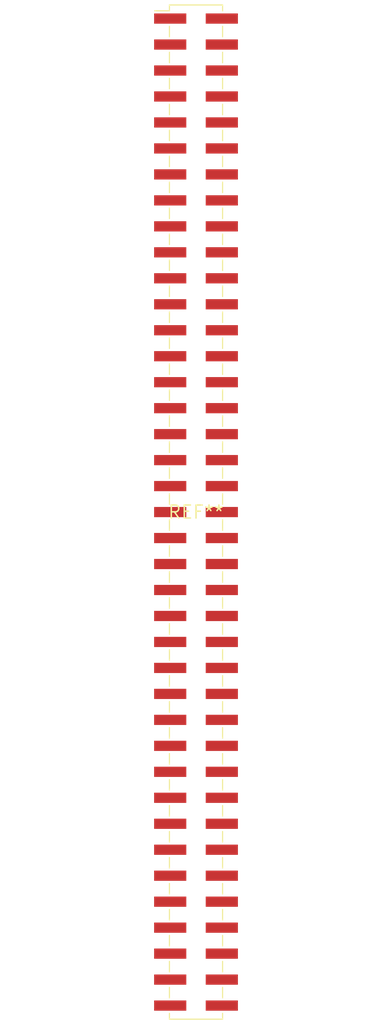
<source format=kicad_pcb>
(kicad_pcb (version 20240108) (generator pcbnew)
  (layers (0 "F.Cu" signal) (31 "B.Cu" signal) (34 "B.Paste" user) (35 "F.Paste" user) (36 "B.SilkS" user "B.Silkscreen") (37 "F.SilkS" user "F.Silkscreen") (38 "B.Mask" user) (39 "F.Mask" user) (44 "Edge.Cuts" user))
  (net 0 "")
  (footprint "PinHeader_2x39_P2.54mm_Vertical_SMD" (layer "F.Cu") (at 0 0)
    (property "Reference" "REF**")
    (property "Value" "PinHeader_2x39_P2.54mm_Vertical_SMD")
    (fp_line (start -4.04 -49.02) (end -2.6 -49.02) (layer "F.SilkS") (stroke (width 0.12)))
    (fp_line (start -2.6 -49.59) (end -2.6 -49.02) (layer "F.SilkS") (stroke (width 0.12)))
    (fp_line (start -2.6 -49.59) (end 2.6 -49.59) (layer "F.SilkS") (stroke (width 0.12)))
    (fp_line (start -2.6 -47.5) (end -2.6 -46.48) (layer "F.SilkS") (stroke (width 0.12)))
    (fp_line (start -2.6 -44.96) (end -2.6 -43.94) (layer "F.SilkS") (stroke (width 0.12)))
    (fp_line (start -2.6 -42.42) (end -2.6 -41.4) (layer "F.SilkS") (stroke (width 0.12)))
    (fp_line (start -2.6 -39.88) (end -2.6 -38.86) (layer "F.SilkS") (stroke (width 0.12)))
    (fp_line (start -2.6 -37.34) (end -2.6 -36.32) (layer "F.SilkS") (stroke (width 0.12)))
    (fp_line (start -2.6 -34.8) (end -2.6 -33.78) (layer "F.SilkS") (stroke (width 0.12)))
    (fp_line (start -2.6 -32.26) (end -2.6 -31.24) (layer "F.SilkS") (stroke (width 0.12)))
    (fp_line (start -2.6 -29.72) (end -2.6 -28.7) (layer "F.SilkS") (stroke (width 0.12)))
    (fp_line (start -2.6 -27.18) (end -2.6 -26.16) (layer "F.SilkS") (stroke (width 0.12)))
    (fp_line (start -2.6 -24.64) (end -2.6 -23.62) (layer "F.SilkS") (stroke (width 0.12)))
    (fp_line (start -2.6 -22.1) (end -2.6 -21.08) (layer "F.SilkS") (stroke (width 0.12)))
    (fp_line (start -2.6 -19.56) (end -2.6 -18.54) (layer "F.SilkS") (stroke (width 0.12)))
    (fp_line (start -2.6 -17.02) (end -2.6 -16) (layer "F.SilkS") (stroke (width 0.12)))
    (fp_line (start -2.6 -14.48) (end -2.6 -13.46) (layer "F.SilkS") (stroke (width 0.12)))
    (fp_line (start -2.6 -11.94) (end -2.6 -10.92) (layer "F.SilkS") (stroke (width 0.12)))
    (fp_line (start -2.6 -9.4) (end -2.6 -8.38) (layer "F.SilkS") (stroke (width 0.12)))
    (fp_line (start -2.6 -6.86) (end -2.6 -5.84) (layer "F.SilkS") (stroke (width 0.12)))
    (fp_line (start -2.6 -4.32) (end -2.6 -3.3) (layer "F.SilkS") (stroke (width 0.12)))
    (fp_line (start -2.6 -1.78) (end -2.6 -0.76) (layer "F.SilkS") (stroke (width 0.12)))
    (fp_line (start -2.6 0.76) (end -2.6 1.78) (layer "F.SilkS") (stroke (width 0.12)))
    (fp_line (start -2.6 3.3) (end -2.6 4.32) (layer "F.SilkS") (stroke (width 0.12)))
    (fp_line (start -2.6 5.84) (end -2.6 6.86) (layer "F.SilkS") (stroke (width 0.12)))
    (fp_line (start -2.6 8.38) (end -2.6 9.4) (layer "F.SilkS") (stroke (width 0.12)))
    (fp_line (start -2.6 10.92) (end -2.6 11.94) (layer "F.SilkS") (stroke (width 0.12)))
    (fp_line (start -2.6 13.46) (end -2.6 14.48) (layer "F.SilkS") (stroke (width 0.12)))
    (fp_line (start -2.6 16) (end -2.6 17.02) (layer "F.SilkS") (stroke (width 0.12)))
    (fp_line (start -2.6 18.54) (end -2.6 19.56) (layer "F.SilkS") (stroke (width 0.12)))
    (fp_line (start -2.6 21.08) (end -2.6 22.1) (layer "F.SilkS") (stroke (width 0.12)))
    (fp_line (start -2.6 23.62) (end -2.6 24.64) (layer "F.SilkS") (stroke (width 0.12)))
    (fp_line (start -2.6 26.16) (end -2.6 27.18) (layer "F.SilkS") (stroke (width 0.12)))
    (fp_line (start -2.6 28.7) (end -2.6 29.72) (layer "F.SilkS") (stroke (width 0.12)))
    (fp_line (start -2.6 31.24) (end -2.6 32.26) (layer "F.SilkS") (stroke (width 0.12)))
    (fp_line (start -2.6 33.78) (end -2.6 34.8) (layer "F.SilkS") (stroke (width 0.12)))
    (fp_line (start -2.6 36.32) (end -2.6 37.34) (layer "F.SilkS") (stroke (width 0.12)))
    (fp_line (start -2.6 38.86) (end -2.6 39.88) (layer "F.SilkS") (stroke (width 0.12)))
    (fp_line (start -2.6 41.4) (end -2.6 42.42) (layer "F.SilkS") (stroke (width 0.12)))
    (fp_line (start -2.6 43.94) (end -2.6 44.96) (layer "F.SilkS") (stroke (width 0.12)))
    (fp_line (start -2.6 46.48) (end -2.6 47.5) (layer "F.SilkS") (stroke (width 0.12)))
    (fp_line (start -2.6 49.02) (end -2.6 49.59) (layer "F.SilkS") (stroke (width 0.12)))
    (fp_line (start -2.6 49.59) (end 2.6 49.59) (layer "F.SilkS") (stroke (width 0.12)))
    (fp_line (start 2.6 -49.59) (end 2.6 -49.02) (layer "F.SilkS") (stroke (width 0.12)))
    (fp_line (start 2.6 -47.5) (end 2.6 -46.48) (layer "F.SilkS") (stroke (width 0.12)))
    (fp_line (start 2.6 -44.96) (end 2.6 -43.94) (layer "F.SilkS") (stroke (width 0.12)))
    (fp_line (start 2.6 -42.42) (end 2.6 -41.4) (layer "F.SilkS") (stroke (width 0.12)))
    (fp_line (start 2.6 -39.88) (end 2.6 -38.86) (layer "F.SilkS") (stroke (width 0.12)))
    (fp_line (start 2.6 -37.34) (end 2.6 -36.32) (layer "F.SilkS") (stroke (width 0.12)))
    (fp_line (start 2.6 -34.8) (end 2.6 -33.78) (layer "F.SilkS") (stroke (width 0.12)))
    (fp_line (start 2.6 -32.26) (end 2.6 -31.24) (layer "F.SilkS") (stroke (width 0.12)))
    (fp_line (start 2.6 -29.72) (end 2.6 -28.7) (layer "F.SilkS") (stroke (width 0.12)))
    (fp_line (start 2.6 -27.18) (end 2.6 -26.16) (layer "F.SilkS") (stroke (width 0.12)))
    (fp_line (start 2.6 -24.64) (end 2.6 -23.62) (layer "F.SilkS") (stroke (width 0.12)))
    (fp_line (start 2.6 -22.1) (end 2.6 -21.08) (layer "F.SilkS") (stroke (width 0.12)))
    (fp_line (start 2.6 -19.56) (end 2.6 -18.54) (layer "F.SilkS") (stroke (width 0.12)))
    (fp_line (start 2.6 -17.02) (end 2.6 -16) (layer "F.SilkS") (stroke (width 0.12)))
    (fp_line (start 2.6 -14.48) (end 2.6 -13.46) (layer "F.SilkS") (stroke (width 0.12)))
    (fp_line (start 2.6 -11.94) (end 2.6 -10.92) (layer "F.SilkS") (stroke (width 0.12)))
    (fp_line (start 2.6 -9.4) (end 2.6 -8.38) (layer "F.SilkS") (stroke (width 0.12)))
    (fp_line (start 2.6 -6.86) (end 2.6 -5.84) (layer "F.SilkS") (stroke (width 0.12)))
    (fp_line (start 2.6 -4.32) (end 2.6 -3.3) (layer "F.SilkS") (stroke (width 0.12)))
    (fp_line (start 2.6 -1.78) (end 2.6 -0.76) (layer "F.SilkS") (stroke (width 0.12)))
    (fp_line (start 2.6 0.76) (end 2.6 1.78) (layer "F.SilkS") (stroke (width 0.12)))
    (fp_line (start 2.6 3.3) (end 2.6 4.32) (layer "F.SilkS") (stroke (width 0.12)))
    (fp_line (start 2.6 5.84) (end 2.6 6.86) (layer "F.SilkS") (stroke (width 0.12)))
    (fp_line (start 2.6 8.38) (end 2.6 9.4) (layer "F.SilkS") (stroke (width 0.12)))
    (fp_line (start 2.6 10.92) (end 2.6 11.94) (layer "F.SilkS") (stroke (width 0.12)))
    (fp_line (start 2.6 13.46) (end 2.6 14.48) (layer "F.SilkS") (stroke (width 0.12)))
    (fp_line (start 2.6 16) (end 2.6 17.02) (layer "F.SilkS") (stroke (width 0.12)))
    (fp_line (start 2.6 18.54) (end 2.6 19.56) (layer "F.SilkS") (stroke (width 0.12)))
    (fp_line (start 2.6 21.08) (end 2.6 22.1) (layer "F.SilkS") (stroke (width 0.12)))
    (fp_line (start 2.6 23.62) (end 2.6 24.64) (layer "F.SilkS") (stroke (width 0.12)))
    (fp_line (start 2.6 26.16) (end 2.6 27.18) (layer "F.SilkS") (stroke (width 0.12)))
    (fp_line (start 2.6 28.7) (end 2.6 29.72) (layer "F.SilkS") (stroke (width 0.12)))
    (fp_line (start 2.6 31.24) (end 2.6 32.26) (layer "F.SilkS") (stroke (width 0.12)))
    (fp_line (start 2.6 33.78) (end 2.6 34.8) (layer "F.SilkS") (stroke (width 0.12)))
    (fp_line (start 2.6 36.32) (end 2.6 37.34) (layer "F.SilkS") (stroke (width 0.12)))
    (fp_line (start 2.6 38.86) (end 2.6 39.88) (layer "F.SilkS") (stroke (width 0.12)))
    (fp_line (start 2.6 41.4) (end 2.6 42.42) (layer "F.SilkS") (stroke (width 0.12)))
    (fp_line (start 2.6 43.94) (end 2.6 44.96) (layer "F.SilkS") (stroke (width 0.12)))
    (fp_line (start 2.6 46.48) (end 2.6 47.5) (layer "F.SilkS") (stroke (width 0.12)))
    (fp_line (start 2.6 49.02) (end 2.6 49.59) (layer "F.SilkS") (stroke (width 0.12)))
    (pad "1" smd rect (at -2.525 -48.26) (size 3.15 1) (layers "F.Cu" "F.Paste" "F.Mask"))
    (pad "2" smd rect (at 2.525 -48.26) (size 3.15 1) (layers "F.Cu" "F.Paste" "F.Mask"))
    (pad "3" smd rect (at -2.525 -45.72) (size 3.15 1) (layers "F.Cu" "F.Paste" "F.Mask"))
    (pad "4" smd rect (at 2.525 -45.72) (size 3.15 1) (layers "F.Cu" "F.Paste" "F.Mask"))
    (pad "5" smd rect (at -2.525 -43.18) (size 3.15 1) (layers "F.Cu" "F.Paste" "F.Mask"))
    (pad "6" smd rect (at 2.525 -43.18) (size 3.15 1) (layers "F.Cu" "F.Paste" "F.Mask"))
    (pad "7" smd rect (at -2.525 -40.64) (size 3.15 1) (layers "F.Cu" "F.Paste" "F.Mask"))
    (pad "8" smd rect (at 2.525 -40.64) (size 3.15 1) (layers "F.Cu" "F.Paste" "F.Mask"))
    (pad "9" smd rect (at -2.525 -38.1) (size 3.15 1) (layers "F.Cu" "F.Paste" "F.Mask"))
    (pad "10" smd rect (at 2.525 -38.1) (size 3.15 1) (layers "F.Cu" "F.Paste" "F.Mask"))
    (pad "11" smd rect (at -2.525 -35.56) (size 3.15 1) (layers "F.Cu" "F.Paste" "F.Mask"))
    (pad "12" smd rect (at 2.525 -35.56) (size 3.15 1) (layers "F.Cu" "F.Paste" "F.Mask"))
    (pad "13" smd rect (at -2.525 -33.02) (size 3.15 1) (layers "F.Cu" "F.Paste" "F.Mask"))
    (pad "14" smd rect (at 2.525 -33.02) (size 3.15 1) (layers "F.Cu" "F.Paste" "F.Mask"))
    (pad "15" smd rect (at -2.525 -30.48) (size 3.15 1) (layers "F.Cu" "F.Paste" "F.Mask"))
    (pad "16" smd rect (at 2.525 -30.48) (size 3.15 1) (layers "F.Cu" "F.Paste" "F.Mask"))
    (pad "17" smd rect (at -2.525 -27.94) (size 3.15 1) (layers "F.Cu" "F.Paste" "F.Mask"))
    (pad "18" smd rect (at 2.525 -27.94) (size 3.15 1) (layers "F.Cu" "F.Paste" "F.Mask"))
    (pad "19" smd rect (at -2.525 -25.4) (size 3.15 1) (layers "F.Cu" "F.Paste" "F.Mask"))
    (pad "20" smd rect (at 2.525 -25.4) (size 3.15 1) (layers "F.Cu" "F.Paste" "F.Mask"))
    (pad "21" smd rect (at -2.525 -22.86) (size 3.15 1) (layers "F.Cu" "F.Paste" "F.Mask"))
    (pad "22" smd rect (at 2.525 -22.86) (size 3.15 1) (layers "F.Cu" "F.Paste" "F.Mask"))
    (pad "23" smd rect (at -2.525 -20.32) (size 3.15 1) (layers "F.Cu" "F.Paste" "F.Mask"))
    (pad "24" smd rect (at 2.525 -20.32) (size 3.15 1) (layers "F.Cu" "F.Paste" "F.Mask"))
    (pad "25" smd rect (at -2.525 -17.78) (size 3.15 1) (layers "F.Cu" "F.Paste" "F.Mask"))
    (pad "26" smd rect (at 2.525 -17.78) (size 3.15 1) (layers "F.Cu" "F.Paste" "F.Mask"))
    (pad "27" smd rect (at -2.525 -15.24) (size 3.15 1) (layers "F.Cu" "F.Paste" "F.Mask"))
    (pad "28" smd rect (at 2.525 -15.24) (size 3.15 1) (layers "F.Cu" "F.Paste" "F.Mask"))
    (pad "29" smd rect (at -2.525 -12.7) (size 3.15 1) (layers "F.Cu" "F.Paste" "F.Mask"))
    (pad "30" smd rect (at 2.525 -12.7) (size 3.15 1) (layers "F.Cu" "F.Paste" "F.Mask"))
    (pad "31" smd rect (at -2.525 -10.16) (size 3.15 1) (layers "F.Cu" "F.Paste" "F.Mask"))
    (pad "32" smd rect (at 2.525 -10.16) (size 3.15 1) (layers "F.Cu" "F.Paste" "F.Mask"))
    (pad "33" smd rect (at -2.525 -7.62) (size 3.15 1) (layers "F.Cu" "F.Paste" "F.Mask"))
    (pad "34" smd rect (at 2.525 -7.62) (size 3.15 1) (layers "F.Cu" "F.Paste" "F.Mask"))
    (pad "35" smd rect (at -2.525 -5.08) (size 3.15 1) (layers "F.Cu" "F.Paste" "F.Mask"))
    (pad "36" smd rect (at 2.525 -5.08) (size 3.15 1) (layers "F.Cu" "F.Paste" "F.Mask"))
    (pad "37" smd rect (at -2.525 -2.54) (size 3.15 1) (layers "F.Cu" "F.Paste" "F.Mask"))
    (pad "38" smd rect (at 2.525 -2.54) (size 3.15 1) (layers "F.Cu" "F.Paste" "F.Mask"))
    (pad "39" smd rect (at -2.525 0) (size 3.15 1) (layers "F.Cu" "F.Paste" "F.Mask"))
    (pad "40" smd rect (at 2.525 0) (size 3.15 1) (layers "F.Cu" "F.Paste" "F.Mask"))
    (pad "41" smd rect (at -2.525 2.54) (size 3.15 1) (layers "F.Cu" "F.Paste" "F.Mask"))
    (pad "42" smd rect (at 2.525 2.54) (size 3.15 1) (layers "F.Cu" "F.Paste" "F.Mask"))
    (pad "43" smd rect (at -2.525 5.08) (size 3.15 1) (layers "F.Cu" "F.Paste" "F.Mask"))
    (pad "44" smd rect (at 2.525 5.08) (size 3.15 1) (layers "F.Cu" "F.Paste" "F.Mask"))
    (pad "45" smd rect (at -2.525 7.62) (size 3.15 1) (layers "F.Cu" "F.Paste" "F.Mask"))
    (pad "46" smd rect (at 2.525 7.62) (size 3.15 1) (layers "F.Cu" "F.Paste" "F.Mask"))
    (pad "47" smd rect (at -2.525 10.16) (size 3.15 1) (layers "F.Cu" "F.Paste" "F.Mask"))
    (pad "48" smd rect (at 2.525 10.16) (size 3.15 1) (layers "F.Cu" "F.Paste" "F.Mask"))
    (pad "49" smd rect (at -2.525 12.7) (size 3.15 1) (layers "F.Cu" "F.Paste" "F.Mask"))
    (pad "50" smd rect (at 2.525 12.7) (size 3.15 1) (layers "F.Cu" "F.Paste" "F.Mask"))
    (pad "51" smd rect (at -2.525 15.24) (size 3.15 1) (layers "F.Cu" "F.Paste" "F.Mask"))
    (pad "52" smd rect (at 2.525 15.24) (size 3.15 1) (layers "F.Cu" "F.Paste" "F.Mask"))
    (pad "53" smd rect (at -2.525 17.78) (size 3.15 1) (layers "F.Cu" "F.Paste" "F.Mask"))
    (pad "54" smd rect (at 2.525 17.78) (size 3.15 1) (layers "F.Cu" "F.Paste" "F.Mask"))
    (pad "55" smd rect (at -2.525 20.32) (size 3.15 1) (layers "F.Cu" "F.Paste" "F.Mask"))
    (pad "56" smd rect (at 2.525 20.32) (size 3.15 1) (layers "F.Cu" "F.Paste" "F.Mask"))
    (pad "57" smd rect (at -2.525 22.86) (size 3.15 1) (layers "F.Cu" "F.Paste" "F.Mask"))
    (pad "58" smd rect (at 2.525 22.86) (size 3.15 1) (layers "F.Cu" "F.Paste" "F.Mask"))
    (pad "59" smd rect (at -2.525 25.4) (size 3.15 1) (layers "F.Cu" "F.Paste" "F.Mask"))
    (pad "60" smd rect (at 2.525 25.4) (size 3.15 1) (layers "F.Cu" "F.Paste" "F.Mask"))
    (pad "61" smd rect (at -2.525 27.94) (size 3.15 1) (layers "F.Cu" "F.Paste" "F.Mask"))
    (pad "62" smd rect (at 2.525 27.94) (size 3.15 1) (layers "F.Cu" "F.Paste" "F.Mask"))
    (pad "63" smd rect (at -2.525 30.48) (size 3.15 1) (layers "F.Cu" "F.Paste" "F.Mask"))
    (pad "64" smd rect (at 2.525 30.48) (size 3.15 1) (layers "F.Cu" "F.Paste" "F.Mask"))
    (pad "65" smd rect (at -2.525 33.02) (size 3.15 1) (layers "F.Cu" "F.Paste" "F.Mask"))
    (pad "66" smd rect (at 2.525 33.02) (size 3.15 1) (layers "F.Cu" "F.Paste" "F.Mask"))
    (pad "67" smd rect (at -2.525 35.56) (size 3.15 1) (layers "F.Cu" "F.Paste" "F.Mask"))
    (pad "68" smd rect (at 2.525 35.56) (size 3.15 1) (layers "F.Cu" "F.Paste" "F.Mask"))
    (pad "69" smd rect (at -2.525 38.1) (size 3.15 1) (layers "F.Cu" "F.Paste" "F.Mask"))
    (pad "70" smd rect (at 2.525 38.1) (size 3.15 1) (layers "F.Cu" "F.Paste" "F.Mask"))
    (pad "71" smd rect (at -2.525 40.64) (size 3.15 1) (layers "F.Cu" "F.Paste" "F.Mask"))
    (pad "72" smd rect (at 2.525 40.64) (size 3.15 1) (layers "F.Cu" "F.Paste" "F.Mask"))
    (pad "73" smd rect (at -2.525 43.18) (size 3.15 1) (layers "F.Cu" "F.Paste" "F.Mask"))
    (pad "74" smd rect (at 2.525 43.18) (size 3.15 1) (layers "F.Cu" "F.Paste" "F.Mask"))
    (pad "75" smd rect (at -2.525 45.72) (size 3.15 1) (layers "F.Cu" "F.Paste" "F.Mask"))
    (pad "76" smd rect (at 2.525 45.72) (size 3.15 1) (layers "F.Cu" "F.Paste" "F.Mask"))
    (pad "77" smd rect (at -2.525 48.26) (size 3.15 1) (layers "F.Cu" "F.Paste" "F.Mask"))
    (pad "78" smd rect (at 2.525 48.26) (size 3.15 1) (layers "F.Cu" "F.Paste" "F.Mask"))
  )
)
</source>
